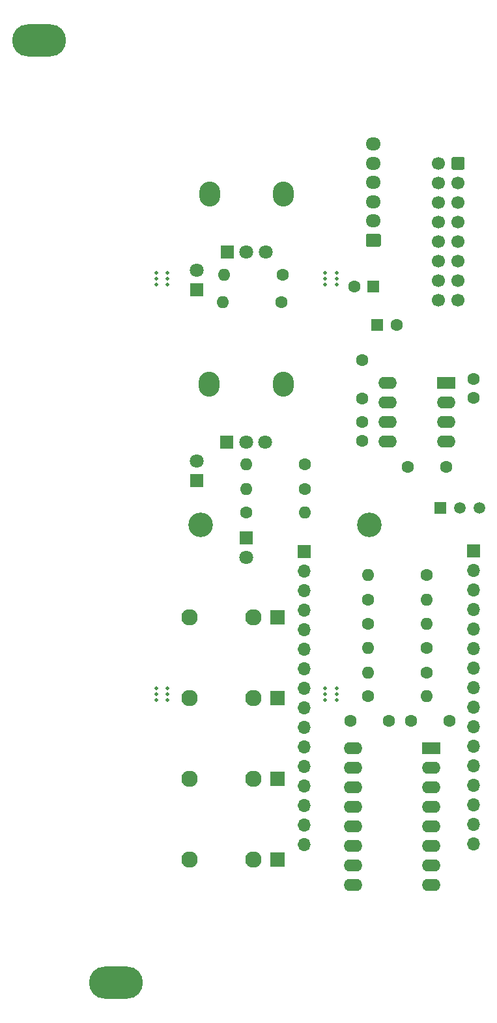
<source format=gbr>
%TF.GenerationSoftware,KiCad,Pcbnew,5.1.9+dfsg1-1~bpo10+1*%
%TF.CreationDate,2021-12-12T16:05:26+08:00*%
%TF.ProjectId,MiniVCA 1.0,4d696e69-5643-4412-9031-2e302e6b6963,rev?*%
%TF.SameCoordinates,Original*%
%TF.FileFunction,Soldermask,Bot*%
%TF.FilePolarity,Negative*%
%FSLAX46Y46*%
G04 Gerber Fmt 4.6, Leading zero omitted, Abs format (unit mm)*
G04 Created by KiCad (PCBNEW 5.1.9+dfsg1-1~bpo10+1) date 2021-12-12 16:05:26*
%MOMM*%
%LPD*%
G01*
G04 APERTURE LIST*
%ADD10O,7.000000X4.200000*%
%ADD11C,0.500000*%
%ADD12O,1.600000X1.600000*%
%ADD13C,1.600000*%
%ADD14R,2.400000X1.600000*%
%ADD15O,2.400000X1.600000*%
%ADD16C,3.200000*%
%ADD17R,1.500000X1.500000*%
%ADD18C,1.500000*%
%ADD19R,1.600000X1.600000*%
%ADD20R,1.800000X1.800000*%
%ADD21C,1.800000*%
%ADD22R,1.830000X1.930000*%
%ADD23C,2.130000*%
%ADD24O,1.950000X1.700000*%
%ADD25C,1.700000*%
%ADD26O,2.720000X3.240000*%
%ADD27R,1.700000X1.700000*%
%ADD28O,1.700000X1.700000*%
G04 APERTURE END LIST*
D10*
%TO.C,REF\u002A\u002A*%
X65000000Y-165500000D03*
X55000000Y-43000000D03*
%TD*%
D11*
%TO.C,REF\u002A\u002A*%
X93750000Y-127250000D03*
X93750000Y-128750000D03*
X92250000Y-128750000D03*
X92250000Y-127250000D03*
X93750000Y-128000000D03*
X92250000Y-128000000D03*
%TD*%
%TO.C,REF\u002A\u002A*%
X93750000Y-73250000D03*
X93750000Y-74750000D03*
X92250000Y-74750000D03*
X92250000Y-73250000D03*
X93750000Y-74000000D03*
X92250000Y-74000000D03*
%TD*%
D12*
%TO.C,R10*%
X97780000Y-122000000D03*
D13*
X105400000Y-122000000D03*
%TD*%
D12*
%TO.C,R5*%
X105420000Y-128300000D03*
D13*
X97800000Y-128300000D03*
%TD*%
%TO.C,C6*%
X97000000Y-92600000D03*
X97000000Y-95100000D03*
%TD*%
D14*
%TO.C,U2*%
X108000000Y-87500000D03*
D15*
X100380000Y-95120000D03*
X108000000Y-90040000D03*
X100380000Y-92580000D03*
X108000000Y-92580000D03*
X100380000Y-90040000D03*
X108000000Y-95120000D03*
X100380000Y-87500000D03*
%TD*%
D16*
%TO.C,REF\u002A\u002A*%
X98000000Y-106000000D03*
%TD*%
%TO.C,REF\u002A\u002A*%
X76000000Y-106000000D03*
%TD*%
D11*
%TO.C,REF\u002A\u002A*%
X71750000Y-127250000D03*
X71750000Y-128750000D03*
X70250000Y-128750000D03*
X70250000Y-127250000D03*
X71750000Y-128000000D03*
X70250000Y-128000000D03*
%TD*%
%TO.C,REF\u002A\u002A*%
X71750000Y-73250000D03*
X71750000Y-74750000D03*
X70250000Y-74750000D03*
X70250000Y-73250000D03*
X71750000Y-74000000D03*
X70250000Y-74000000D03*
%TD*%
D17*
%TO.C,Q1*%
X107200000Y-103800000D03*
D18*
X112280000Y-103800000D03*
X109740000Y-103800000D03*
%TD*%
D13*
%TO.C,C1*%
X101500000Y-80000000D03*
D19*
X99000000Y-80000000D03*
%TD*%
%TO.C,C2*%
X98500000Y-75000000D03*
D13*
X96000000Y-75000000D03*
%TD*%
%TO.C,C3*%
X100500000Y-131500000D03*
X95500000Y-131500000D03*
%TD*%
%TO.C,C4*%
X108400000Y-131500000D03*
X103400000Y-131500000D03*
%TD*%
%TO.C,C5*%
X111500000Y-89500000D03*
X111500000Y-87000000D03*
%TD*%
%TO.C,C7*%
X97000000Y-84600000D03*
X97000000Y-89600000D03*
%TD*%
%TO.C,C8*%
X103000000Y-98500000D03*
X108000000Y-98500000D03*
%TD*%
D20*
%TO.C,D1*%
X75500000Y-75450000D03*
D21*
X75500000Y-72910000D03*
%TD*%
%TO.C,D2*%
X75500000Y-97710000D03*
D20*
X75500000Y-100250000D03*
%TD*%
D22*
%TO.C,J1*%
X86000000Y-118000000D03*
D23*
X82900000Y-118000000D03*
X74600000Y-118000000D03*
%TD*%
%TO.C,J2*%
X74600000Y-128500000D03*
X82900000Y-128500000D03*
D22*
X86000000Y-128500000D03*
%TD*%
%TO.C,J3*%
X86000000Y-139000000D03*
D23*
X82900000Y-139000000D03*
X74600000Y-139000000D03*
%TD*%
%TO.C,J4*%
X74600000Y-149500000D03*
X82900000Y-149500000D03*
D22*
X86000000Y-149500000D03*
%TD*%
%TO.C,J5*%
G36*
G01*
X99225000Y-69850000D02*
X97775000Y-69850000D01*
G75*
G02*
X97525000Y-69600000I0J250000D01*
G01*
X97525000Y-68400000D01*
G75*
G02*
X97775000Y-68150000I250000J0D01*
G01*
X99225000Y-68150000D01*
G75*
G02*
X99475000Y-68400000I0J-250000D01*
G01*
X99475000Y-69600000D01*
G75*
G02*
X99225000Y-69850000I-250000J0D01*
G01*
G37*
D24*
X98500000Y-66500000D03*
X98500000Y-64000000D03*
X98500000Y-61500000D03*
X98500000Y-59000000D03*
X98500000Y-56500000D03*
%TD*%
%TO.C,J6*%
G36*
G01*
X110350000Y-58400000D02*
X110350000Y-59600000D01*
G75*
G02*
X110100000Y-59850000I-250000J0D01*
G01*
X108900000Y-59850000D01*
G75*
G02*
X108650000Y-59600000I0J250000D01*
G01*
X108650000Y-58400000D01*
G75*
G02*
X108900000Y-58150000I250000J0D01*
G01*
X110100000Y-58150000D01*
G75*
G02*
X110350000Y-58400000I0J-250000D01*
G01*
G37*
D25*
X109500000Y-61540000D03*
X109500000Y-64080000D03*
X109500000Y-66620000D03*
X109500000Y-69160000D03*
X109500000Y-71700000D03*
X109500000Y-74240000D03*
X109500000Y-76780000D03*
X106960000Y-59000000D03*
X106960000Y-61540000D03*
X106960000Y-64080000D03*
X106960000Y-66620000D03*
X106960000Y-69160000D03*
X106960000Y-71700000D03*
X106960000Y-74240000D03*
X106960000Y-76780000D03*
%TD*%
D13*
%TO.C,R1*%
X86700000Y-73500000D03*
D12*
X79080000Y-73500000D03*
%TD*%
D13*
%TO.C,R2*%
X89600000Y-98100000D03*
D12*
X81980000Y-98100000D03*
%TD*%
D13*
%TO.C,R3*%
X89600000Y-101300000D03*
D12*
X81980000Y-101300000D03*
%TD*%
D13*
%TO.C,R4*%
X86500000Y-77000000D03*
D12*
X78880000Y-77000000D03*
%TD*%
%TO.C,R6*%
X105420000Y-118900000D03*
D13*
X97800000Y-118900000D03*
%TD*%
D12*
%TO.C,R7*%
X97780000Y-125200000D03*
D13*
X105400000Y-125200000D03*
%TD*%
%TO.C,R8*%
X105400000Y-112500000D03*
D12*
X97780000Y-112500000D03*
%TD*%
D13*
%TO.C,R9*%
X97800000Y-115700000D03*
D12*
X105420000Y-115700000D03*
%TD*%
D26*
%TO.C,RV1*%
X77200000Y-63000000D03*
X86800000Y-63000000D03*
D21*
X82000000Y-70500000D03*
X84500000Y-70500000D03*
D20*
X79500000Y-70500000D03*
%TD*%
%TO.C,RV2*%
X79450000Y-95250000D03*
D21*
X84450000Y-95250000D03*
X81950000Y-95250000D03*
D26*
X86750000Y-87750000D03*
X77150000Y-87750000D03*
%TD*%
D14*
%TO.C,U1*%
X106000000Y-135000000D03*
D15*
X95840000Y-152780000D03*
X106000000Y-137540000D03*
X95840000Y-150240000D03*
X106000000Y-140080000D03*
X95840000Y-147700000D03*
X106000000Y-142620000D03*
X95840000Y-145160000D03*
X106000000Y-145160000D03*
X95840000Y-142620000D03*
X106000000Y-147700000D03*
X95840000Y-140080000D03*
X106000000Y-150240000D03*
X95840000Y-137540000D03*
X106000000Y-152780000D03*
X95840000Y-135000000D03*
%TD*%
D20*
%TO.C,D3*%
X82000000Y-107700000D03*
D21*
X82000000Y-110240000D03*
%TD*%
D13*
%TO.C,R11*%
X82000000Y-104400000D03*
D12*
X89620000Y-104400000D03*
%TD*%
D27*
%TO.C,J7*%
X89500000Y-109500000D03*
D28*
X89500000Y-112040000D03*
X89500000Y-114580000D03*
X89500000Y-117120000D03*
X89500000Y-119660000D03*
X89500000Y-122200000D03*
X89500000Y-124740000D03*
X89500000Y-127280000D03*
X89500000Y-129820000D03*
X89500000Y-132360000D03*
X89500000Y-134900000D03*
X89500000Y-137440000D03*
X89500000Y-139980000D03*
X89500000Y-142520000D03*
X89500000Y-145060000D03*
X89500000Y-147600000D03*
%TD*%
D27*
%TO.C,J8*%
X111500000Y-109400000D03*
D28*
X111500000Y-111940000D03*
X111500000Y-114480000D03*
X111500000Y-117020000D03*
X111500000Y-119560000D03*
X111500000Y-122100000D03*
X111500000Y-124640000D03*
X111500000Y-127180000D03*
X111500000Y-129720000D03*
X111500000Y-132260000D03*
X111500000Y-134800000D03*
X111500000Y-137340000D03*
X111500000Y-139880000D03*
X111500000Y-142420000D03*
X111500000Y-144960000D03*
X111500000Y-147500000D03*
%TD*%
M02*

</source>
